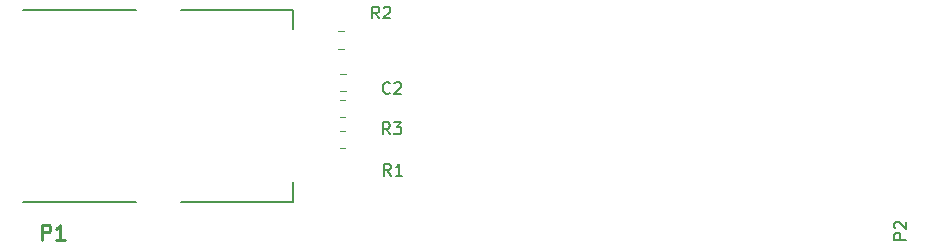
<source format=gbr>
%TF.GenerationSoftware,KiCad,Pcbnew,7.0.2*%
%TF.CreationDate,2024-05-20T10:52:18+02:00*%
%TF.ProjectId,dsoxlan,64736f78-6c61-46e2-9e6b-696361645f70,rev?*%
%TF.SameCoordinates,Original*%
%TF.FileFunction,Legend,Top*%
%TF.FilePolarity,Positive*%
%FSLAX46Y46*%
G04 Gerber Fmt 4.6, Leading zero omitted, Abs format (unit mm)*
G04 Created by KiCad (PCBNEW 7.0.2) date 2024-05-20 10:52:18*
%MOMM*%
%LPD*%
G01*
G04 APERTURE LIST*
%ADD10C,0.150000*%
%ADD11C,0.254000*%
%ADD12C,0.120000*%
%ADD13C,0.203200*%
G04 APERTURE END LIST*
D10*
%TO.C,C2*%
X143733333Y-87267380D02*
X143685714Y-87315000D01*
X143685714Y-87315000D02*
X143542857Y-87362619D01*
X143542857Y-87362619D02*
X143447619Y-87362619D01*
X143447619Y-87362619D02*
X143304762Y-87315000D01*
X143304762Y-87315000D02*
X143209524Y-87219761D01*
X143209524Y-87219761D02*
X143161905Y-87124523D01*
X143161905Y-87124523D02*
X143114286Y-86934047D01*
X143114286Y-86934047D02*
X143114286Y-86791190D01*
X143114286Y-86791190D02*
X143161905Y-86600714D01*
X143161905Y-86600714D02*
X143209524Y-86505476D01*
X143209524Y-86505476D02*
X143304762Y-86410238D01*
X143304762Y-86410238D02*
X143447619Y-86362619D01*
X143447619Y-86362619D02*
X143542857Y-86362619D01*
X143542857Y-86362619D02*
X143685714Y-86410238D01*
X143685714Y-86410238D02*
X143733333Y-86457857D01*
X144114286Y-86457857D02*
X144161905Y-86410238D01*
X144161905Y-86410238D02*
X144257143Y-86362619D01*
X144257143Y-86362619D02*
X144495238Y-86362619D01*
X144495238Y-86362619D02*
X144590476Y-86410238D01*
X144590476Y-86410238D02*
X144638095Y-86457857D01*
X144638095Y-86457857D02*
X144685714Y-86553095D01*
X144685714Y-86553095D02*
X144685714Y-86648333D01*
X144685714Y-86648333D02*
X144638095Y-86791190D01*
X144638095Y-86791190D02*
X144066667Y-87362619D01*
X144066667Y-87362619D02*
X144685714Y-87362619D01*
%TO.C,P2*%
X187416619Y-99688094D02*
X186416619Y-99688094D01*
X186416619Y-99688094D02*
X186416619Y-99307142D01*
X186416619Y-99307142D02*
X186464238Y-99211904D01*
X186464238Y-99211904D02*
X186511857Y-99164285D01*
X186511857Y-99164285D02*
X186607095Y-99116666D01*
X186607095Y-99116666D02*
X186749952Y-99116666D01*
X186749952Y-99116666D02*
X186845190Y-99164285D01*
X186845190Y-99164285D02*
X186892809Y-99211904D01*
X186892809Y-99211904D02*
X186940428Y-99307142D01*
X186940428Y-99307142D02*
X186940428Y-99688094D01*
X186511857Y-98735713D02*
X186464238Y-98688094D01*
X186464238Y-98688094D02*
X186416619Y-98592856D01*
X186416619Y-98592856D02*
X186416619Y-98354761D01*
X186416619Y-98354761D02*
X186464238Y-98259523D01*
X186464238Y-98259523D02*
X186511857Y-98211904D01*
X186511857Y-98211904D02*
X186607095Y-98164285D01*
X186607095Y-98164285D02*
X186702333Y-98164285D01*
X186702333Y-98164285D02*
X186845190Y-98211904D01*
X186845190Y-98211904D02*
X187416619Y-98783332D01*
X187416619Y-98783332D02*
X187416619Y-98164285D01*
%TO.C,R1*%
X143833333Y-94262619D02*
X143500000Y-93786428D01*
X143261905Y-94262619D02*
X143261905Y-93262619D01*
X143261905Y-93262619D02*
X143642857Y-93262619D01*
X143642857Y-93262619D02*
X143738095Y-93310238D01*
X143738095Y-93310238D02*
X143785714Y-93357857D01*
X143785714Y-93357857D02*
X143833333Y-93453095D01*
X143833333Y-93453095D02*
X143833333Y-93595952D01*
X143833333Y-93595952D02*
X143785714Y-93691190D01*
X143785714Y-93691190D02*
X143738095Y-93738809D01*
X143738095Y-93738809D02*
X143642857Y-93786428D01*
X143642857Y-93786428D02*
X143261905Y-93786428D01*
X144785714Y-94262619D02*
X144214286Y-94262619D01*
X144500000Y-94262619D02*
X144500000Y-93262619D01*
X144500000Y-93262619D02*
X144404762Y-93405476D01*
X144404762Y-93405476D02*
X144309524Y-93500714D01*
X144309524Y-93500714D02*
X144214286Y-93548333D01*
%TO.C,R2*%
X142833333Y-80962619D02*
X142500000Y-80486428D01*
X142261905Y-80962619D02*
X142261905Y-79962619D01*
X142261905Y-79962619D02*
X142642857Y-79962619D01*
X142642857Y-79962619D02*
X142738095Y-80010238D01*
X142738095Y-80010238D02*
X142785714Y-80057857D01*
X142785714Y-80057857D02*
X142833333Y-80153095D01*
X142833333Y-80153095D02*
X142833333Y-80295952D01*
X142833333Y-80295952D02*
X142785714Y-80391190D01*
X142785714Y-80391190D02*
X142738095Y-80438809D01*
X142738095Y-80438809D02*
X142642857Y-80486428D01*
X142642857Y-80486428D02*
X142261905Y-80486428D01*
X143214286Y-80057857D02*
X143261905Y-80010238D01*
X143261905Y-80010238D02*
X143357143Y-79962619D01*
X143357143Y-79962619D02*
X143595238Y-79962619D01*
X143595238Y-79962619D02*
X143690476Y-80010238D01*
X143690476Y-80010238D02*
X143738095Y-80057857D01*
X143738095Y-80057857D02*
X143785714Y-80153095D01*
X143785714Y-80153095D02*
X143785714Y-80248333D01*
X143785714Y-80248333D02*
X143738095Y-80391190D01*
X143738095Y-80391190D02*
X143166667Y-80962619D01*
X143166667Y-80962619D02*
X143785714Y-80962619D01*
%TO.C,R3*%
X143733333Y-90762619D02*
X143400000Y-90286428D01*
X143161905Y-90762619D02*
X143161905Y-89762619D01*
X143161905Y-89762619D02*
X143542857Y-89762619D01*
X143542857Y-89762619D02*
X143638095Y-89810238D01*
X143638095Y-89810238D02*
X143685714Y-89857857D01*
X143685714Y-89857857D02*
X143733333Y-89953095D01*
X143733333Y-89953095D02*
X143733333Y-90095952D01*
X143733333Y-90095952D02*
X143685714Y-90191190D01*
X143685714Y-90191190D02*
X143638095Y-90238809D01*
X143638095Y-90238809D02*
X143542857Y-90286428D01*
X143542857Y-90286428D02*
X143161905Y-90286428D01*
X144066667Y-89762619D02*
X144685714Y-89762619D01*
X144685714Y-89762619D02*
X144352381Y-90143571D01*
X144352381Y-90143571D02*
X144495238Y-90143571D01*
X144495238Y-90143571D02*
X144590476Y-90191190D01*
X144590476Y-90191190D02*
X144638095Y-90238809D01*
X144638095Y-90238809D02*
X144685714Y-90334047D01*
X144685714Y-90334047D02*
X144685714Y-90572142D01*
X144685714Y-90572142D02*
X144638095Y-90667380D01*
X144638095Y-90667380D02*
X144590476Y-90715000D01*
X144590476Y-90715000D02*
X144495238Y-90762619D01*
X144495238Y-90762619D02*
X144209524Y-90762619D01*
X144209524Y-90762619D02*
X144114286Y-90715000D01*
X144114286Y-90715000D02*
X144066667Y-90667380D01*
D11*
%TO.C,P1*%
X114262618Y-99687526D02*
X114262618Y-98417526D01*
X114262618Y-98417526D02*
X114746428Y-98417526D01*
X114746428Y-98417526D02*
X114867380Y-98478002D01*
X114867380Y-98478002D02*
X114927857Y-98538478D01*
X114927857Y-98538478D02*
X114988333Y-98659430D01*
X114988333Y-98659430D02*
X114988333Y-98840859D01*
X114988333Y-98840859D02*
X114927857Y-98961811D01*
X114927857Y-98961811D02*
X114867380Y-99022288D01*
X114867380Y-99022288D02*
X114746428Y-99082764D01*
X114746428Y-99082764D02*
X114262618Y-99082764D01*
X116197857Y-99687526D02*
X115472142Y-99687526D01*
X115834999Y-99687526D02*
X115834999Y-98417526D01*
X115834999Y-98417526D02*
X115714047Y-98598954D01*
X115714047Y-98598954D02*
X115593095Y-98719907D01*
X115593095Y-98719907D02*
X115472142Y-98780383D01*
D12*
%TO.C,C2*%
X139998752Y-87135000D02*
X139476248Y-87135000D01*
X139998752Y-85665000D02*
X139476248Y-85665000D01*
%TO.C,R1*%
X139927064Y-91935000D02*
X139472936Y-91935000D01*
X139927064Y-90465000D02*
X139472936Y-90465000D01*
%TO.C,R2*%
X139827064Y-83535000D02*
X139372936Y-83535000D01*
X139827064Y-82065000D02*
X139372936Y-82065000D01*
%TO.C,R3*%
X139964564Y-89325000D02*
X139510436Y-89325000D01*
X139964564Y-87855000D02*
X139510436Y-87855000D01*
D13*
%TO.C,P1*%
X122280000Y-96485000D02*
X112700000Y-96485000D01*
X135510000Y-96485000D02*
X126090000Y-96485000D01*
X135510000Y-94830000D02*
X135510000Y-96485000D01*
X112700000Y-80285000D02*
X122280000Y-80285000D01*
X126090000Y-80285000D02*
X135510000Y-80285000D01*
X135510000Y-80285000D02*
X135510000Y-81830000D01*
%TD*%
M02*

</source>
